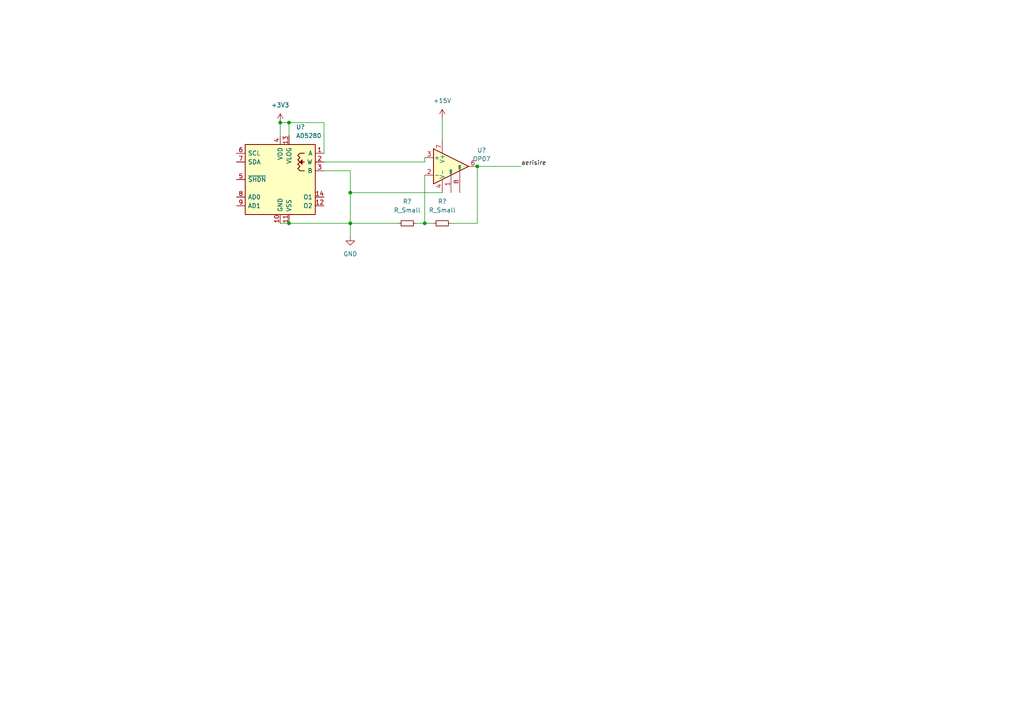
<source format=kicad_sch>
(kicad_sch (version 20211123) (generator eeschema)
  (paper "A4")
  (lib_symbols
    (symbol "Amplifier_Operational:OP07" (pin_names (offset 0.127))
      (property "Reference" "U" (at 1.27 6.35 0))
      (property "Value" "OP07" (at 1.27 3.81 0))
      (symbol "OP07_0_1"
        (polyline (pts (xy -5.08 5.08) (xy 5.08 0) (xy -5.08 -5.08) (xy -5.08 5.08)) (stroke (width 0.254)) (fill (type background)))
      )
      (symbol "OP07_1_1"
        (pin input line (at 0 -7.62 90) (length 5.08) (name "VOS") (number "1"))
        (pin input line (at -7.62 -2.54 0) (length 2.54) (name "-") (number "2"))
        (pin input line (at -7.62 2.54 0) (length 2.54) (name "+") (number "3"))
        (pin power_in line (at -2.54 -7.62 90) (length 3.81) (name "V-") (number "4"))
        (pin no_connect line (at 0 2.54 270) (length 2.54) hide (name "NC") (number "5"))
        (pin output line (at 7.62 0 180) (length 2.54) (name "~") (number "6"))
        (pin power_in line (at -2.54 7.62 270) (length 3.81) (name "V+") (number "7"))
        (pin input line (at 2.54 -7.62 90) (length 6.35) (name "VOS") (number "8"))
      )
    )
    (symbol "Device:R_Small" (pin_numbers hide) (pin_names (offset 0.254) hide)
      (property "Reference" "R" (at 0.762 0.508 0))
      (property "Value" "R_Small" (at 0.762 -1.016 0))
      (symbol "R_Small_0_1"
        (rectangle (start -0.762 1.778) (end 0.762 -1.778) (stroke (width 0.2032)))
      )
      (symbol "R_Small_1_1"
        (pin passive line (at 0 2.54 270) (length 0.762) (name "~") (number "1"))
        (pin passive line (at 0 -2.54 90) (length 0.762) (name "~") (number "2"))
      )
    )
    (symbol "Potentiometer_Digital:AD5280" (pin_names (offset 0.762))
      (property "Reference" "U" (at -7.62 11.43 0))
      (property "Value" "AD5280" (at 5.588 11.43 0))
      (symbol "AD5280_0_1"
        (rectangle (start -10.16 10.16) (end 10.16 -10.16) (stroke (width 0.254)) (fill (type background)))
        (polyline (pts (xy 6.985 5.08) (xy 6.35 5.08) (xy 5.715 5.08) (xy 6.35 5.715) (xy 6.35 4.445) (xy 5.715 5.08)) (stroke (width 0.254)) (fill (type outline)))
        (polyline (pts (xy 6.985 7.62) (xy 5.715 7.62) (xy 5.08 6.985) (xy 5.715 6.35) (xy 5.08 5.715) (xy 5.715 5.08) (xy 5.08 4.445) (xy 5.715 3.81) (xy 5.08 3.175) (xy 5.715 2.54) (xy 6.985 2.54)) (stroke (width 0.254)))
      )
      (symbol "AD5280_1_1"
        (pin passive line (at 12.7 7.62 180) (length 2.54) (name "A") (number "1"))
        (pin power_in line (at 0 -12.7 90) (length 2.54) (name "GND") (number "10"))
        (pin power_in line (at 2.54 -12.7 90) (length 2.54) (name "VSS") (number "11"))
        (pin output line (at 12.7 -7.62 180) (length 2.54) (name "O2") (number "12"))
        (pin power_in line (at 2.54 12.7 270) (length 2.54) (name "VLOG") (number "13"))
        (pin output line (at 12.7 -5.08 180) (length 2.54) (name "O1") (number "14"))
        (pin passive line (at 12.7 5.08 180) (length 2.54) (name "W") (number "2"))
        (pin passive line (at 12.7 2.54 180) (length 2.54) (name "B") (number "3"))
        (pin power_in line (at 0 12.7 270) (length 2.54) (name "VDD") (number "4"))
        (pin input line (at -12.7 0 0) (length 2.54) (name "~{SHDN}") (number "5"))
        (pin input line (at -12.7 7.62 0) (length 2.54) (name "SCL") (number "6"))
        (pin bidirectional line (at -12.7 5.08 0) (length 2.54) (name "SDA") (number "7"))
        (pin input line (at -12.7 -5.08 0) (length 2.54) (name "AD0") (number "8"))
        (pin input line (at -12.7 -7.62 0) (length 2.54) (name "AD1") (number "9"))
      )
    )
    (symbol "power:+15V" (power) (pin_names (offset 0))
      (property "Value" "+15V" (at 0 3.556 0))
      (symbol "+15V_0_1"
        (polyline (pts (xy -0.762 1.27) (xy 0 2.54)))
        (polyline (pts (xy 0 0) (xy 0 2.54)))
        (polyline (pts (xy 0 2.54) (xy 0.762 1.27)))
      )
      (symbol "+15V_1_1"
        (pin power_in line (at 0 0 90) (length 0) hide (name "+15V") (number "1"))
      )
    )
    (symbol "power:+3V3" (power) (pin_names (offset 0))
      (property "Value" "+3V3" (at 0 3.556 0))
      (symbol "+3V3_0_1"
        (polyline (pts (xy -0.762 1.27) (xy 0 2.54)))
        (polyline (pts (xy 0 0) (xy 0 2.54)))
        (polyline (pts (xy 0 2.54) (xy 0.762 1.27)))
      )
      (symbol "+3V3_1_1"
        (pin power_in line (at 0 0 90) (length 0) hide (name "+3V3") (number "1"))
      )
    )
    (symbol "power:GND" (power) (pin_names (offset 0))
      (property "Value" "GND" (at 0 -3.81 0))
      (symbol "GND_0_1"
        (polyline (pts (xy 0 0) (xy 0 -1.27) (xy 1.27 -1.27) (xy 0 -2.54) (xy -1.27 -1.27) (xy 0 -1.27)))
      )
      (symbol "GND_1_1"
        (pin power_in line (at 0 0 270) (length 0) hide (name "GND") (number "1"))
      )
    )
  )
  (junction (at 81.28 35.56))
  (junction (at 101.6 64.77))
  (junction (at 83.82 64.77))
  (junction (at 138.43 48.26))
  (junction (at 83.82 35.56))
  (junction (at 101.6 55.88))
  (junction (at 123.19 64.77))
  (wire (pts (xy 101.6 55.88) (xy 128.27 55.88)))
  (wire (pts (xy 101.6 64.77) (xy 101.6 68.58)))
  (wire (pts (xy 138.43 48.26) (xy 138.43 64.77)))
  (wire (pts (xy 93.98 35.56) (xy 93.98 44.45)))
  (wire (pts (xy 123.19 46.99) (xy 123.19 45.72)))
  (wire (pts (xy 128.27 34.29) (xy 128.27 40.64)))
  (wire (pts (xy 83.82 35.56) (xy 83.82 39.37)))
  (wire (pts (xy 83.82 64.77) (xy 101.6 64.77)))
  (wire (pts (xy 125.73 64.77) (xy 123.19 64.77)))
  (wire (pts (xy 101.6 55.88) (xy 101.6 64.77)))
  (wire (pts (xy 93.98 49.53) (xy 101.6 49.53)))
  (wire (pts (xy 81.28 64.77) (xy 83.82 64.77)))
  (wire (pts (xy 123.19 50.8) (xy 123.19 64.77)))
  (wire (pts (xy 115.57 64.77) (xy 101.6 64.77)))
  (wire (pts (xy 81.28 35.56) (xy 83.82 35.56)))
  (wire (pts (xy 123.19 64.77) (xy 120.65 64.77)))
  (wire (pts (xy 83.82 35.56) (xy 93.98 35.56)))
  (wire (pts (xy 93.98 46.99) (xy 123.19 46.99)))
  (wire (pts (xy 81.28 35.56) (xy 81.28 39.37)))
  (wire (pts (xy 138.43 64.77) (xy 130.81 64.77)))
  (wire (pts (xy 101.6 49.53) (xy 101.6 55.88)))
  (wire (pts (xy 138.43 48.26) (xy 151.13 48.26)))
  (label "aerisire" (at 151.13 48.26 0))
  (symbol (lib_id "Device:R_Small") (at 128.27 64.77 270) (unit 1)
    (property "Reference" "R?" (at 128.27 58.42 90))
    (property "Value" "R_Small" (at 128.27 60.96 90))
  )
  (symbol (lib_id "power:+3V3") (at 81.28 35.56 0) (unit 1)
    (property "Reference" "#PWR?" (effects hide))
    (property "Value" "+3V3" (at 81.28 30.48 0))
  )
  (symbol (lib_id "power:GND") (at 101.6 68.58 0) (unit 1)
    (property "Reference" "#PWR?" (effects hide))
    (property "Value" "GND" (at 101.6 73.66 0))
  )
  (symbol (lib_id "Potentiometer_Digital:AD5280") (at 81.28 52.07 0) (unit 1)
    (property "Reference" "U?" (at 85.8394 36.83 0) (effects (justify left)))
    (property "Value" "AD5280" (at 85.8394 39.37 0) (effects (justify left)))
    (property "Footprint" "Package_SO:TSSOP-14_4.4x5mm_P0.65mm" (effects hide))
    (property "Datasheet" "https://www.analog.com/media/en/technical-documentation/data-sheets/AD5280_5282.pdf" (effects hide))
  )
  (symbol (lib_id "power:+15V") (at 128.27 34.29 0) (unit 1)
    (property "Reference" "#PWR?" (effects hide))
    (property "Value" "+15V" (at 128.27 29.21 0))
  )
  (symbol (lib_id "Amplifier_Operational:OP07") (at 130.81 48.26 0) (unit 1)
    (property "Reference" "U?" (at 139.7 43.561 0))
    (property "Value" "OP07" (at 139.7 46.101 0))
    (property "Datasheet" "https://www.analog.com/media/en/technical-documentation/data-sheets/OP07.pdf" (effects hide))
  )
  (symbol (lib_id "Device:R_Small") (at 118.11 64.77 270) (unit 1)
    (property "Reference" "R?" (at 118.11 58.42 90))
    (property "Value" "R_Small" (at 118.11 60.96 90))
  )
)
</source>
